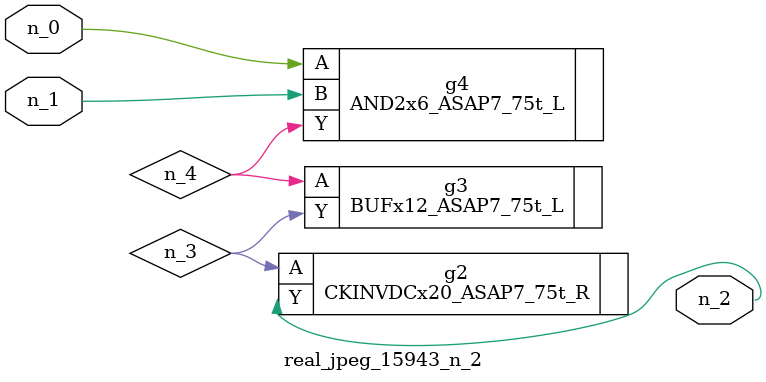
<source format=v>
module real_jpeg_15943_n_2 (n_1, n_0, n_2);

input n_1;
input n_0;

output n_2;

wire n_4;
wire n_3;

AND2x6_ASAP7_75t_L g4 ( 
.A(n_0),
.B(n_1),
.Y(n_4)
);

CKINVDCx20_ASAP7_75t_R g2 ( 
.A(n_3),
.Y(n_2)
);

BUFx12_ASAP7_75t_L g3 ( 
.A(n_4),
.Y(n_3)
);


endmodule
</source>
